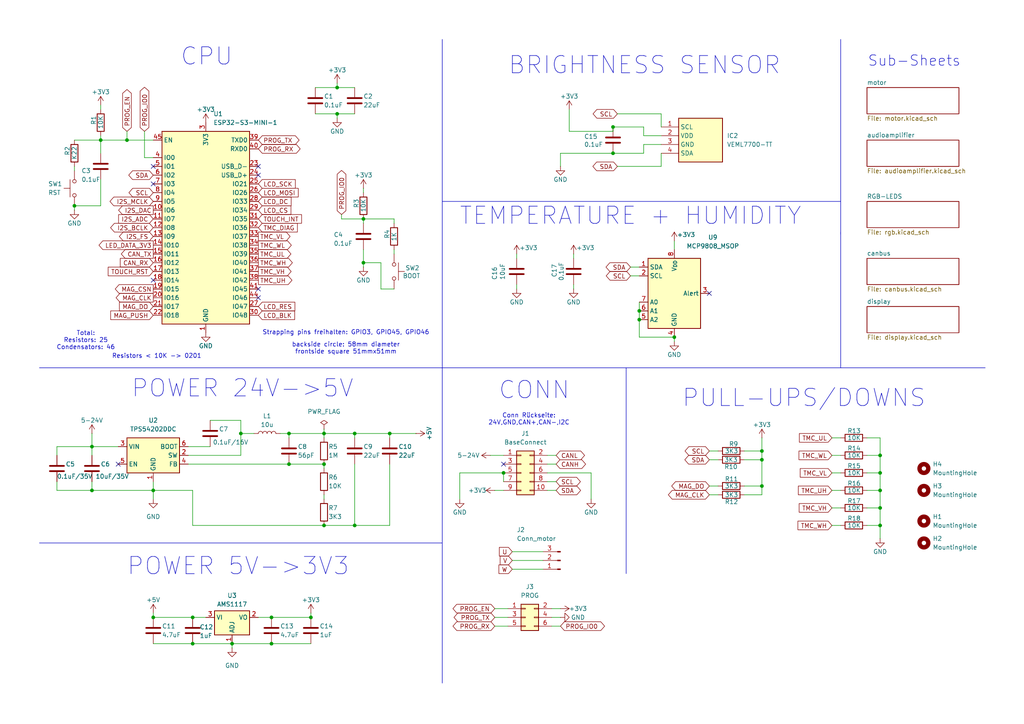
<source format=kicad_sch>
(kicad_sch (version 20250114) (generator "eeschema") (generator_version "9.0")
  (paper "A4")
  (title_block (title "SmartKnob") (date "2025-01-13") (rev "V1") (company "Lucas Canete"))
  (text "Sub-Sheets\n" (at 265.176 17.78 0) (effects (font (size 3 3))))
  (text "TEMPERATURE + HUMIDITY\n" (at 182.88 62.738 0) (effects (font (size 5 5))))
  (text "Total:\nResistors: 25\nCondensators: 46\n\n" (at 24.892 99.822 0) (effects (font (size 1.27 1.27))))
  (text "POWER 5V->3V3\n" (at 69.088 164.338 0) (effects (font (size 5 5))))
  (text "CONN" (at 154.94 113.284 0) (effects (font (size 5 5))))
  (text "CPU" (at 59.944 16.51 0) (effects (font (size 5 5))))
  (text "Conn Rückseite:\n24V,GND,CAN+,CAN-,I2C" (at 153.416 121.666 0) (effects (font (size 1.27 1.27))))
  (text "BRIGHTNESS SENSOR" (at 186.944 19.05 0) (effects (font (size 5 5))))
  (text "Resistors < 10K -> 0201" (at 45.466 103.378 0) (effects (font (size 1.27 1.27))))
  (text "Strapping pins freihalten: GPIO3, GPIO45, GPIO46" (at 100.33 96.52 0) (effects (font (size 1.27 1.27))))
  (text "backside circle: 58mm diameter\nfrontside square 51mmx51mm\n" (at 100.33 101.092 0) (effects (font (size 1.27 1.27))))
  (text "UPDATES\n\n1. Microphone deleted\n2. Brightness sensor connected to GND\n3. Prog Connector size 1.27mm\n4. Cable Hole is now bigger" (at 303.276 61.722 0) (effects (font (size 2.54 2.54) (thickness 0.3175)) (justify left)))
  (text "POWER 24V->5V\n" (at 70.358 112.776 0) (effects (font (size 5 5))))
  (text "PULL-UPS/DOWNS\n" (at 233.172 115.57 0) (effects (font (size 5 5))))
  (junction (at 78.74 186.69))
  (junction (at 102.87 125.73))
  (junction (at 255.27 147.32))
  (junction (at 21.59 59.69))
  (junction (at 255.27 132.08))
  (junction (at 93.98 152.4))
  (junction (at 255.27 142.24))
  (junction (at 36.83 40.64))
  (junction (at 185.42 90.17))
  (junction (at 26.67 129.54))
  (junction (at 69.85 125.73))
  (junction (at 83.82 125.73))
  (junction (at 67.31 186.69))
  (junction (at 195.58 97.79))
  (junction (at 102.87 152.4))
  (junction (at 177.8 36.83))
  (junction (at 93.98 134.62))
  (junction (at 113.03 125.73))
  (junction (at 255.27 137.16))
  (junction (at 78.74 179.07))
  (junction (at 177.8 44.45))
  (junction (at 29.21 40.64))
  (junction (at 220.98 140.97))
  (junction (at 83.82 134.62))
  (junction (at 55.88 179.07))
  (junction (at 44.45 179.07))
  (junction (at 105.41 63.5))
  (junction (at 97.79 25.4))
  (junction (at 105.41 76.2))
  (junction (at 146.05 137.16))
  (junction (at 185.42 92.71))
  (junction (at 93.98 125.73))
  (junction (at 90.17 179.07))
  (junction (at 220.98 133.35))
  (junction (at 255.27 152.4))
  (junction (at 26.67 142.24))
  (junction (at 97.79 33.02))
  (junction (at 44.45 142.24))
  (junction (at 55.88 186.69))
  (junction (at 220.98 130.81))
  (no_connect (at 74.93 50.8))
  (no_connect (at 205.74 85.09))
  (no_connect (at 44.45 81.28))
  (no_connect (at 44.45 48.26))
  (no_connect (at 74.93 83.82))
  (no_connect (at 74.93 48.26))
  (no_connect (at 44.45 53.34))
  (no_connect (at 74.93 86.36))
  (no_connect (at 34.29 134.62))
  (no_connect (at 146.05 134.62))
  (wire (pts (xy 105.41 63.5) (xy 114.3 63.5)))
  (wire (pts (xy 41.91 38.1) (xy 41.91 45.72)))
  (wire (pts (xy 102.87 125.73) (xy 102.87 127)))
  (wire (pts (xy 255.27 137.16) (xy 255.27 142.24)))
  (wire (pts (xy 44.45 186.69) (xy 55.88 186.69)))
  (polyline (pts (xy 243.84 67.31) (xy 243.84 67.945)))
  (wire (pts (xy 83.82 134.62) (xy 93.98 134.62)))
  (polyline (pts (xy 128.27 109.22) (xy 128.27 198.12)))
  (wire (pts (xy 158.75 137.16) (xy 171.45 137.16)))
  (wire (pts (xy 186.69 41.91) (xy 186.69 44.45)))
  (wire (pts (xy 241.3 127) (xy 243.84 127)))
  (wire (pts (xy 205.74 130.81) (xy 208.28 130.81)))
  (wire (pts (xy 185.42 97.79) (xy 195.58 97.79)))
  (wire (pts (xy 205.74 133.35) (xy 208.28 133.35)))
  (wire (pts (xy 97.79 33.02) (xy 97.79 34.29)))
  (wire (pts (xy 165.1 31.75) (xy 165.1 38.1)))
  (wire (pts (xy 69.85 132.08) (xy 54.61 132.08)))
  (wire (pts (xy 148.59 160.02) (xy 157.48 160.02)))
  (wire (pts (xy 26.67 125.73) (xy 26.67 129.54)))
  (wire (pts (xy 97.79 25.4) (xy 102.87 25.4)))
  (wire (pts (xy 78.74 186.69) (xy 90.17 186.69)))
  (wire (pts (xy 191.77 41.91) (xy 186.69 41.91)))
  (wire (pts (xy 93.98 143.51) (xy 93.98 144.78)))
  (wire (pts (xy 177.8 38.1) (xy 177.8 36.83)))
  (wire (pts (xy 182.88 80.01) (xy 185.42 80.01)))
  (wire (pts (xy 158.75 132.08) (xy 161.29 132.08)))
  (wire (pts (xy 83.82 125.73) (xy 83.82 127)))
  (wire (pts (xy 220.98 140.97) (xy 220.98 133.35)))
  (wire (pts (xy 41.91 45.72) (xy 44.45 45.72)))
  (wire (pts (xy 16.51 132.08) (xy 16.51 129.54)))
  (wire (pts (xy 251.46 137.16) (xy 255.27 137.16)))
  (wire (pts (xy 220.98 143.51) (xy 215.9 143.51)))
  (wire (pts (xy 69.85 125.73) (xy 73.66 125.73)))
  (wire (pts (xy 205.74 140.97) (xy 208.28 140.97)))
  (wire (pts (xy 113.03 152.4) (xy 102.87 152.4)))
  (wire (pts (xy 255.27 127) (xy 255.27 132.08)))
  (wire (pts (xy 44.45 179.07) (xy 55.88 179.07)))
  (wire (pts (xy 21.59 48.26) (xy 21.59 49.53)))
  (wire (pts (xy 143.51 142.24) (xy 146.05 142.24)))
  (wire (pts (xy 21.59 40.64) (xy 29.21 40.64)))
  (wire (pts (xy 185.42 90.17) (xy 185.42 92.71)))
  (wire (pts (xy 29.21 30.48) (xy 29.21 31.75)))
  (wire (pts (xy 133.35 144.78) (xy 133.35 137.16)))
  (wire (pts (xy 44.45 139.7) (xy 44.45 142.24)))
  (wire (pts (xy 55.88 152.4) (xy 55.88 142.24)))
  (wire (pts (xy 44.45 142.24) (xy 44.45 144.78)))
  (wire (pts (xy 16.51 139.7) (xy 16.51 142.24)))
  (wire (pts (xy 205.74 143.51) (xy 208.28 143.51)))
  (polyline (pts (xy 128.27 106.68) (xy 243.84 106.68)))
  (wire (pts (xy 29.21 40.64) (xy 29.21 44.45)))
  (wire (pts (xy 158.75 142.24) (xy 161.29 142.24)))
  (wire (pts (xy 60.96 121.92) (xy 69.85 121.92)))
  (wire (pts (xy 143.51 179.07) (xy 147.32 179.07)))
  (polyline (pts (xy 11.43 106.68) (xy 128.27 106.68)))
  (wire (pts (xy 251.46 142.24) (xy 255.27 142.24)))
  (wire (pts (xy 81.28 125.73) (xy 83.82 125.73)))
  (wire (pts (xy 220.98 133.35) (xy 215.9 133.35)))
  (wire (pts (xy 186.69 44.45) (xy 177.8 44.45)))
  (wire (pts (xy 55.88 179.07) (xy 59.69 179.07)))
  (wire (pts (xy 21.59 59.69) (xy 29.21 59.69)))
  (wire (pts (xy 105.41 63.5) (xy 105.41 64.77)))
  (wire (pts (xy 179.07 33.02) (xy 191.77 33.02)))
  (wire (pts (xy 29.21 39.37) (xy 29.21 40.64)))
  (wire (pts (xy 195.58 69.85) (xy 195.58 72.39)))
  (wire (pts (xy 36.83 38.1) (xy 36.83 40.64)))
  (wire (pts (xy 113.03 125.73) (xy 113.03 127)))
  (wire (pts (xy 255.27 132.08) (xy 255.27 137.16)))
  (wire (pts (xy 29.21 59.69) (xy 29.21 52.07)))
  (wire (pts (xy 93.98 125.73) (xy 93.98 127)))
  (wire (pts (xy 182.88 77.47) (xy 185.42 77.47)))
  (wire (pts (xy 114.3 64.77) (xy 114.3 63.5)))
  (wire (pts (xy 99.06 63.5) (xy 105.41 63.5)))
  (wire (pts (xy 148.59 165.1) (xy 157.48 165.1)))
  (wire (pts (xy 142.24 132.08) (xy 146.05 132.08)))
  (wire (pts (xy 54.61 134.62) (xy 83.82 134.62)))
  (wire (pts (xy 29.21 40.64) (xy 36.83 40.64)))
  (wire (pts (xy 99.06 62.23) (xy 99.06 63.5)))
  (wire (pts (xy 26.67 129.54) (xy 34.29 129.54)))
  (wire (pts (xy 91.44 33.02) (xy 97.79 33.02)))
  (wire (pts (xy 54.61 129.54) (xy 60.96 129.54)))
  (wire (pts (xy 113.03 134.62) (xy 113.03 152.4)))
  (wire (pts (xy 105.41 76.2) (xy 110.49 76.2)))
  (wire (pts (xy 241.3 137.16) (xy 243.84 137.16)))
  (wire (pts (xy 93.98 152.4) (xy 55.88 152.4)))
  (wire (pts (xy 241.3 147.32) (xy 243.84 147.32)))
  (wire (pts (xy 191.77 33.02) (xy 191.77 36.83)))
  (wire (pts (xy 97.79 33.02) (xy 102.87 33.02)))
  (wire (pts (xy 67.31 186.69) (xy 67.31 187.96)))
  (wire (pts (xy 158.75 139.7) (xy 161.29 139.7)))
  (wire (pts (xy 162.56 44.45) (xy 177.8 44.45)))
  (polyline (pts (xy 11.43 157.48) (xy 128.27 157.48)))
  (wire (pts (xy 171.45 137.16) (xy 171.45 144.78)))
  (wire (pts (xy 255.27 147.32) (xy 255.27 152.4)))
  (wire (pts (xy 195.58 97.79) (xy 195.58 99.06)))
  (wire (pts (xy 93.98 124.46) (xy 93.98 125.73)))
  (wire (pts (xy 105.41 72.39) (xy 105.41 76.2)))
  (wire (pts (xy 93.98 125.73) (xy 102.87 125.73)))
  (wire (pts (xy 36.83 40.64) (xy 44.45 40.64)))
  (wire (pts (xy 90.17 177.8) (xy 90.17 179.07)))
  (wire (pts (xy 143.51 176.53) (xy 147.32 176.53)))
  (wire (pts (xy 105.41 54.61) (xy 105.41 55.88)))
  (wire (pts (xy 215.9 140.97) (xy 220.98 140.97)))
  (wire (pts (xy 133.35 137.16) (xy 146.05 137.16)))
  (wire (pts (xy 113.03 125.73) (xy 120.65 125.73)))
  (wire (pts (xy 16.51 142.24) (xy 26.67 142.24)))
  (wire (pts (xy 26.67 142.24) (xy 26.67 139.7)))
  (wire (pts (xy 255.27 152.4) (xy 255.27 156.21)))
  (polyline (pts (xy 243.84 106.68) (xy 285.75 106.68)))
  (wire (pts (xy 26.67 142.24) (xy 44.45 142.24)))
  (wire (pts (xy 220.98 140.97) (xy 220.98 143.51)))
  (wire (pts (xy 215.9 130.81) (xy 220.98 130.81)))
  (wire (pts (xy 251.46 132.08) (xy 255.27 132.08)))
  (wire (pts (xy 166.37 73.66) (xy 166.37 74.93)))
  (wire (pts (xy 55.88 186.69) (xy 67.31 186.69)))
  (wire (pts (xy 251.46 147.32) (xy 255.27 147.32)))
  (wire (pts (xy 105.41 76.2) (xy 105.41 77.47)))
  (wire (pts (xy 162.56 48.26) (xy 162.56 44.45)))
  (wire (pts (xy 149.86 73.66) (xy 149.86 74.93)))
  (wire (pts (xy 160.02 179.07) (xy 162.56 179.07)))
  (polyline (pts (xy 128.27 11.43) (xy 128.27 109.22)))
  (wire (pts (xy 251.46 152.4) (xy 255.27 152.4)))
  (wire (pts (xy 102.87 125.73) (xy 113.03 125.73)))
  (polyline (pts (xy 128.27 58.42) (xy 243.84 58.42)))
  (wire (pts (xy 93.98 152.4) (xy 102.87 152.4)))
  (wire (pts (xy 251.46 127) (xy 255.27 127)))
  (wire (pts (xy 149.86 82.55) (xy 149.86 83.82)))
  (wire (pts (xy 69.85 121.92) (xy 69.85 125.73)))
  (wire (pts (xy 55.88 142.24) (xy 44.45 142.24)))
  (wire (pts (xy 83.82 125.73) (xy 93.98 125.73)))
  (wire (pts (xy 185.42 87.63) (xy 185.42 90.17)))
  (wire (pts (xy 220.98 130.81) (xy 220.98 133.35)))
  (wire (pts (xy 67.31 186.69) (xy 78.74 186.69)))
  (wire (pts (xy 191.77 39.37) (xy 186.69 39.37)))
  (wire (pts (xy 241.3 142.24) (xy 243.84 142.24)))
  (wire (pts (xy 97.79 24.13) (xy 97.79 25.4)))
  (wire (pts (xy 26.67 129.54) (xy 26.67 132.08)))
  (wire (pts (xy 91.44 25.4) (xy 97.79 25.4)))
  (polyline (pts (xy 243.84 11.43) (xy 243.84 106.68)))
  (wire (pts (xy 160.02 176.53) (xy 162.56 176.53)))
  (wire (pts (xy 220.98 130.81) (xy 220.98 127)))
  (wire (pts (xy 143.51 181.61) (xy 147.32 181.61)))
  (wire (pts (xy 186.69 36.83) (xy 177.8 36.83)))
  (wire (pts (xy 93.98 134.62) (xy 93.98 135.89)))
  (wire (pts (xy 160.02 181.61) (xy 162.56 181.61)))
  (wire (pts (xy 191.77 48.26) (xy 191.77 44.45)))
  (wire (pts (xy 78.74 179.07) (xy 90.17 179.07)))
  (wire (pts (xy 255.27 142.24) (xy 255.27 147.32)))
  (wire (pts (xy 110.49 83.82) (xy 114.3 83.82)))
  (wire (pts (xy 186.69 39.37) (xy 186.69 36.83)))
  (wire (pts (xy 158.75 134.62) (xy 161.29 134.62)))
  (wire (pts (xy 44.45 177.8) (xy 44.45 179.07)))
  (wire (pts (xy 241.3 132.08) (xy 243.84 132.08)))
  (wire (pts (xy 148.59 162.56) (xy 157.48 162.56)))
  (wire (pts (xy 241.3 152.4) (xy 243.84 152.4)))
  (wire (pts (xy 16.51 129.54) (xy 26.67 129.54)))
  (wire (pts (xy 179.07 48.26) (xy 191.77 48.26)))
  (wire (pts (xy 166.37 82.55) (xy 166.37 83.82)))
  (wire (pts (xy 69.85 125.73) (xy 69.85 132.08)))
  (polyline (pts (xy 181.61 106.68) (xy 181.61 166.37)))
  (wire (pts (xy 110.49 76.2) (xy 110.49 83.82)))
  (wire (pts (xy 114.3 72.39) (xy 114.3 73.66)))
  (wire (pts (xy 146.05 137.16) (xy 146.05 139.7)))
  (wire (pts (xy 165.1 38.1) (xy 177.8 38.1)))
  (wire (pts (xy 102.87 134.62) (xy 102.87 152.4)))
  (wire (pts (xy 21.59 59.69) (xy 21.59 60.96)))
  (wire (pts (xy 185.42 92.71) (xy 185.42 97.79)))
  (wire (pts (xy 74.93 179.07) (xy 78.74 179.07)))
  (global_label "SDA" (shape bidirectional) (at 182.88 77.47 180) (property "Intersheetrefs" "${INTERSHEET_REFS}" (effects (hide yes))))
  (global_label "TMC_WL" (shape input) (at 241.3 132.08 180) (property "Intersheetrefs" "${INTERSHEET_REFS}" (effects (hide yes))))
  (global_label "I2S_BCLK" (shape bidirectional) (at 44.45 66.04 180) (property "Intersheetrefs" "${INTERSHEET_REFS}" (effects (hide yes))))
  (global_label "CANL" (shape bidirectional) (at 161.29 132.08 0) (property "Intersheetrefs" "${INTERSHEET_REFS}" (effects (hide yes))))
  (global_label "W" (shape input) (at 148.59 165.1 180) (property "Intersheetrefs" "${INTERSHEET_REFS}" (effects (hide yes))))
  (global_label "SCL" (shape bidirectional) (at 161.29 139.7 0) (property "Intersheetrefs" "${INTERSHEET_REFS}" (effects (hide yes))))
  (global_label "SDA" (shape bidirectional) (at 179.07 48.26 180) (property "Intersheetrefs" "${INTERSHEET_REFS}" (effects (hide yes))))
  (global_label "PROG_RX" (shape bidirectional) (at 143.51 181.61 180) (property "Intersheetrefs" "${INTERSHEET_REFS}" (effects (hide yes))))
  (global_label "PROG_TX" (shape bidirectional) (at 74.93 40.64 0) (property "Intersheetrefs" "${INTERSHEET_REFS}" (effects (hide yes))))
  (global_label "TMC_UL" (shape output) (at 74.93 73.66 0) (property "Intersheetrefs" "${INTERSHEET_REFS}" (effects (hide yes))))
  (global_label "LCD_CS" (shape input) (at 74.93 60.96 0) (property "Intersheetrefs" "${INTERSHEET_REFS}" (effects (hide yes))))
  (global_label "LED_DATA_3V3" (shape output) (at 44.45 71.12 180) (property "Intersheetrefs" "${INTERSHEET_REFS}" (effects (hide yes))))
  (global_label "CAN_RX" (shape input) (at 44.45 76.2 180) (property "Intersheetrefs" "${INTERSHEET_REFS}" (effects (hide yes))))
  (global_label "TMC_VL" (shape input) (at 241.3 137.16 180) (property "Intersheetrefs" "${INTERSHEET_REFS}" (effects (hide yes))))
  (global_label "PROG_TX" (shape bidirectional) (at 143.51 179.07 180) (property "Intersheetrefs" "${INTERSHEET_REFS}" (effects (hide yes))))
  (global_label "TMC_WL" (shape output) (at 74.93 71.12 0) (property "Intersheetrefs" "${INTERSHEET_REFS}" (effects (hide yes))))
  (global_label "V" (shape input) (at 148.59 162.56 180) (property "Intersheetrefs" "${INTERSHEET_REFS}" (effects (hide yes))))
  (global_label "U" (shape input) (at 148.59 160.02 180) (property "Intersheetrefs" "${INTERSHEET_REFS}" (effects (hide yes))))
  (global_label "SCL" (shape bidirectional) (at 179.07 33.02 180) (property "Intersheetrefs" "${INTERSHEET_REFS}" (effects (hide yes))))
  (global_label "PROG_EN" (shape bidirectional) (at 143.51 176.53 180) (property "Intersheetrefs" "${INTERSHEET_REFS}" (effects (hide yes))))
  (global_label "PROG_IO0" (shape bidirectional) (at 162.56 181.61 0) (property "Intersheetrefs" "${INTERSHEET_REFS}" (effects (hide yes))))
  (global_label "LCD_DC" (shape input) (at 74.93 58.42 0) (property "Intersheetrefs" "${INTERSHEET_REFS}" (effects (hide yes))))
  (global_label "TMC_VH" (shape input) (at 241.3 147.32 180) (property "Intersheetrefs" "${INTERSHEET_REFS}" (effects (hide yes))))
  (global_label "CANH" (shape bidirectional) (at 161.29 134.62 0) (property "Intersheetrefs" "${INTERSHEET_REFS}" (effects (hide yes))))
  (global_label "TOUCH_INT" (shape input) (at 74.93 63.5 0) (property "Intersheetrefs" "${INTERSHEET_REFS}" (effects (hide yes))))
  (global_label "I2S_FS" (shape bidirectional) (at 44.45 68.58 180) (property "Intersheetrefs" "${INTERSHEET_REFS}" (effects (hide yes))))
  (global_label "PROG_IO0" (shape bidirectional) (at 41.91 38.1 90) (property "Intersheetrefs" "${INTERSHEET_REFS}" (effects (hide yes))))
  (global_label "PROG_RX" (shape bidirectional) (at 74.93 43.18 0) (property "Intersheetrefs" "${INTERSHEET_REFS}" (effects (hide yes))))
  (global_label "I2S_ADC" (shape input) (at 44.45 63.5 180) (property "Intersheetrefs" "${INTERSHEET_REFS}" (effects (hide yes))))
  (global_label "MAG_CSN" (shape output) (at 44.45 83.82 180) (property "Intersheetrefs" "${INTERSHEET_REFS}" (effects (hide yes))))
  (global_label "TMC_UH" (shape input) (at 241.3 142.24 180) (property "Intersheetrefs" "${INTERSHEET_REFS}" (effects (hide yes))))
  (global_label "I2S_DAC" (shape output) (at 44.45 60.96 180) (property "Intersheetrefs" "${INTERSHEET_REFS}" (effects (hide yes))))
  (global_label "TMC_WH" (shape input) (at 241.3 152.4 180) (property "Intersheetrefs" "${INTERSHEET_REFS}" (effects (hide yes))))
  (global_label "SDA" (shape bidirectional) (at 161.29 142.24 0) (property "Intersheetrefs" "${INTERSHEET_REFS}" (effects (hide yes))))
  (global_label "SCL" (shape bidirectional) (at 205.74 130.81 180) (property "Intersheetrefs" "${INTERSHEET_REFS}" (effects (hide yes))))
  (global_label "PROG_IO0" (shape bidirectional) (at 99.06 62.23 90) (property "Intersheetrefs" "${INTERSHEET_REFS}" (effects (hide yes))))
  (global_label "TMC_VH" (shape output) (at 74.93 78.74 0) (property "Intersheetrefs" "${INTERSHEET_REFS}" (effects (hide yes))))
  (global_label "TMC_DIAG" (shape input) (at 74.93 66.04 0) (property "Intersheetrefs" "${INTERSHEET_REFS}" (effects (hide yes))))
  (global_label "MAG_PUSH" (shape input) (at 44.45 91.44 180) (property "Intersheetrefs" "${INTERSHEET_REFS}" (effects (hide yes))))
  (global_label "SDA" (shape bidirectional) (at 44.45 50.8 180) (property "Intersheetrefs" "${INTERSHEET_REFS}" (effects (hide yes))))
  (global_label "SDA" (shape bidirectional) (at 205.74 133.35 180) (property "Intersheetrefs" "${INTERSHEET_REFS}" (effects (hide yes))))
  (global_label "MAG_CLK" (shape output) (at 44.45 86.36 180) (property "Intersheetrefs" "${INTERSHEET_REFS}" (effects (hide yes))))
  (global_label "PROG_EN" (shape bidirectional) (at 36.83 38.1 90) (property "Intersheetrefs" "${INTERSHEET_REFS}" (effects (hide yes))))
  (global_label "MAG_CLK" (shape bidirectional) (at 205.74 143.51 180) (property "Intersheetrefs" "${INTERSHEET_REFS}" (effects (hide yes))))
  (global_label "I2S_MCLK" (shape bidirectional) (at 44.45 58.42 180) (property "Intersheetrefs" "${INTERSHEET_REFS}" (effects (hide yes))))
  (global_label "MAG_DO" (shape input) (at 44.45 88.9 180) (property "Intersheetrefs" "${INTERSHEET_REFS}" (effects (hide yes))))
  (global_label "LCD_BLK" (shape input) (at 74.93 91.44 0) (property "Intersheetrefs" "${INTERSHEET_REFS}" (effects (hide yes))))
  (global_label "TMC_VL" (shape output) (at 74.93 68.58 0) (property "Intersheetrefs" "${INTERSHEET_REFS}" (effects (hide yes))))
  (global_label "TMC_UH" (shape output) (at 74.93 81.28 0) (property "Intersheetrefs" "${INTERSHEET_REFS}" (effects (hide yes))))
  (global_label "CAN_TX" (shape output) (at 44.45 73.66 180) (property "Intersheetrefs" "${INTERSHEET_REFS}" (effects (hide yes))))
  (global_label "LCD_RES" (shape input) (at 74.93 88.9 0) (property "Intersheetrefs" "${INTERSHEET_REFS}" (effects (hide yes))))
  (global_label "TMC_UL" (shape input) (at 241.3 127 180) (property "Intersheetrefs" "${INTERSHEET_REFS}" (effects (hide yes))))
  (global_label "SCL" (shape bidirectional) (at 182.88 80.01 180) (property "Intersheetrefs" "${INTERSHEET_REFS}" (effects (hide yes))))
  (global_label "LCD_MOSI" (shape input) (at 74.93 55.88 0) (property "Intersheetrefs" "${INTERSHEET_REFS}" (effects (hide yes))))
  (global_label "MAG_DO" (shape bidirectional) (at 205.74 140.97 180) (property "Intersheetrefs" "${INTERSHEET_REFS}" (effects (hide yes))))
  (global_label "TMC_WH" (shape output) (at 74.93 76.2 0) (property "Intersheetrefs" "${INTERSHEET_REFS}" (effects (hide yes))))
  (global_label "LCD_SCK" (shape input) (at 74.93 53.34 0) (property "Intersheetrefs" "${INTERSHEET_REFS}" (effects (hide yes))))
  (global_label "SCL" (shape bidirectional) (at 44.45 55.88 180) (property "Intersheetrefs" "${INTERSHEET_REFS}" (effects (hide yes))))
  (global_label "TOUCH_RST" (shape input) (at 44.45 78.74 180) (property "Intersheetrefs" "${INTERSHEET_REFS}" (effects (hide yes))))
  (symbol (lib_id "Device:R") (at 212.09 140.97 90) (unit 1)
    (property "Reference" "R11" (at 214.122 138.938 90) (effects (justify left)))
    (property "Value" "3K3" (at 214.122 140.97 90) (effects (justify left)))
    (property "Footprint" "Resistor_SMD:R_0201_0603Metric" (effects (hide yes)))
    (property "Description" "Resistor" (effects (hide yes)))
  )
  (symbol (lib_id "Device:R") (at 212.09 133.35 270) (unit 1)
    (property "Reference" "R10" (at 210.058 135.382 90) (effects (justify left)))
    (property "Value" "3K3" (at 210.058 133.35 90) (effects (justify left)))
    (property "Footprint" "Resistor_SMD:R_0201_0603Metric" (effects (hide yes)))
    (property "Description" "Resistor" (effects (hide yes)))
  )
  (symbol (lib_id "Device:C") (at 26.67 135.89 0) (unit 1)
    (property "Reference" "C6" (at 29.21 134.62 0) (effects (justify left)))
    (property "Value" "10uF/35V" (at 27.686 138.176 0) (effects (justify left)))
    (property "Footprint" "Capacitor_SMD:C_0805_2012Metric" (effects (hide yes)))
    (property "Description" "Unpolarized capacitor" (effects (hide yes)))
  )
  (symbol (lib_id "Switch:SW_Push") (at 21.59 54.61 90) (unit 1)
    (property "Reference" "SW1" (at 13.97 53.34 90) (effects (justify right)))
    (property "Value" "RST" (at 13.97 55.88 90) (effects (justify right)))
    (property "Footprint" "Button_Switch_SMD:SW_SPST_B3U-1000P" (effects (hide yes)))
    (property "Description" "Push button switch, generic, two pins" (effects (hide yes)))
  )
  (symbol (lib_id "power:GND") (at 133.35 144.78 0) (unit 1)
    (property "Reference" "#PWR053" (effects (hide yes)))
    (property "Value" "GND" (at 133.35 148.59 0))
    (property "Description" "Power symbol creates a global label with name \"GND\" , ground" (effects (hide yes)))
  )
  (symbol (lib_id "power:GND") (at 59.69 96.52 0) (unit 1)
    (property "Reference" "#PWR072" (effects (hide yes)))
    (property "Value" "GND" (at 59.69 100.33 0))
    (property "Description" "Power symbol creates a global label with name \"GND\" , ground" (effects (hide yes)))
  )
  (symbol (lib_id "Mechanical:MountingHole") (at 267.97 157.48 0) (unit 1) (exclude_from_sim yes) (in_bom no)
    (property "Reference" "H2" (at 270.51 156.2099 0) (effects (justify left)))
    (property "Value" "MountingHole" (at 270.51 158.7499 0) (effects (justify left)))
    (property "Footprint" "MountingHole:MountingHole_2.2mm_M2" (effects (hide yes)))
    (property "Description" "Mounting Hole without connection" (effects (hide yes)))
  )
  (symbol (lib_id "power:+5V") (at 142.24 132.08 90) (unit 1)
    (property "Reference" "#PWR027" (effects (hide yes)))
    (property "Value" "5-24V" (at 135.89 132.08 90))
    (property "Description" "Power symbol creates a global label with name \"+5V\"" (effects (hide yes)))
  )
  (symbol (lib_id "power:GND") (at 21.59 60.96 0) (unit 1)
    (property "Reference" "#PWR033" (effects (hide yes)))
    (property "Value" "GND" (at 21.59 64.77 0))
    (property "Description" "Power symbol creates a global label with name \"GND\" , ground" (effects (hide yes)))
  )
  (symbol (lib_id "Device:R") (at 247.65 132.08 90) (unit 1)
    (property "Reference" "R14" (at 249.682 130.048 90) (effects (justify left)))
    (property "Value" "10K" (at 249.682 132.08 90) (effects (justify left)))
    (property "Footprint" "Resistor_SMD:R_0201_0603Metric" (effects (hide yes)))
    (property "Description" "Resistor" (effects (hide yes)))
  )
  (symbol (lib_id "Device:C") (at 83.82 130.81 0) (unit 1)
    (property "Reference" "C8" (at 86.36 129.54 0) (effects (justify left)))
    (property "Value" "56pF" (at 86.36 132.08 0) (effects (justify left)))
    (property "Footprint" "Capacitor_SMD:C_0402_1005Metric" (effects (hide yes)))
    (property "Description" "Unpolarized capacitor" (effects (hide yes)))
  )
  (symbol (lib_id "Device:R") (at 93.98 130.81 0) (unit 1)
    (property "Reference" "R5" (at 95.25 129.54 0) (effects (justify left)))
    (property "Value" "1M" (at 95.25 132.08 0) (effects (justify left)))
    (property "Footprint" "Resistor_SMD:R_0402_1005Metric" (effects (hide yes)))
    (property "Description" "Resistor" (effects (hide yes)))
  )
  (symbol (lib_id "Device:C") (at 102.87 130.81 0) (unit 1)
    (property "Reference" "C9" (at 105.41 129.54 0) (effects (justify left)))
    (property "Value" "22uF" (at 105.41 132.08 0) (effects (justify left)))
    (property "Footprint" "Capacitor_SMD:C_0603_1608Metric" (effects (hide yes)))
    (property "Description" "Unpolarized capacitor" (effects (hide yes)))
  )
  (symbol (lib_id "Device:C") (at 78.74 182.88 0) (unit 1)
    (property "Reference" "C13" (at 81.28 181.61 0) (effects (justify left)))
    (property "Value" "4.7uF" (at 81.28 184.15 0) (effects (justify left)))
    (property "Footprint" "Capacitor_SMD:C_0805_2012Metric_Pad1.18x1.45mm_HandSolder" (effects (hide yes)))
    (property "Description" "Unpolarized capacitor" (effects (hide yes)))
  )
  (symbol (lib_id "power:GND") (at 162.56 179.07 90) (unit 1)
    (property "Reference" "#PWR052" (effects (hide yes)))
    (property "Value" "GND" (at 167.64 179.07 90))
    (property "Description" "Power symbol creates a global label with name \"GND\" , ground" (effects (hide yes)))
  )
  (symbol (lib_id "power:GND") (at 195.58 99.06 0) (unit 1)
    (property "Reference" "#PWR065" (effects (hide yes)))
    (property "Value" "GND" (at 195.58 102.87 0))
    (property "Description" "Power symbol creates a global label with name \"GND\" , ground" (effects (hide yes)))
  )
  (symbol (lib_id "Device:R") (at 21.59 44.45 180) (unit 1)
    (property "Reference" "R2" (at 19.558 42.418 90) (effects (justify left)))
    (property "Value" "K22" (at 21.59 42.418 90) (effects (justify left)))
    (property "Footprint" "Resistor_SMD:R_0805_2012Metric_Pad1.20x1.40mm_HandSolder" (effects (hide yes)))
    (property "Description" "Resistor" (effects (hide yes)))
  )
  (symbol (lib_id "power:+5V") (at 143.51 142.24 90) (unit 1)
    (property "Reference" "#PWR026" (effects (hide yes)))
    (property "Value" "+3V3" (at 138.43 142.24 90))
    (property "Description" "Power symbol creates a global label with name \"+5V\"" (effects (hide yes)))
  )
  (symbol (lib_id "power:+5V") (at 26.67 125.73 0) (unit 1)
    (property "Reference" "#PWR02" (effects (hide yes)))
    (property "Value" "5-24V" (at 26.67 121.92 0))
    (property "Description" "Power symbol creates a global label with name \"+5V\"" (effects (hide yes)))
  )
  (symbol (lib_id "Device:R") (at 93.98 148.59 0) (unit 1)
    (property "Reference" "R7" (at 95.25 147.32 0) (effects (justify left)))
    (property "Value" "3K3" (at 95.25 149.86 0) (effects (justify left)))
    (property "Footprint" "Resistor_SMD:R_0201_0603Metric" (effects (hide yes)))
    (property "Description" "Resistor" (effects (hide yes)))
  )
  (symbol (lib_id "power:+3V3") (at 166.37 73.66 0) (unit 1)
    (property "Reference" "#PWR069" (effects (hide yes)))
    (property "Value" "+3V3" (at 167.132 71.882 0) (effects (justify left)))
    (property "Description" "Power symbol creates a global label with name \"+3V3\"" (effects (hide yes)))
  )
  (symbol (lib_id "Device:C") (at 166.37 78.74 180) (unit 1)
    (property "Reference" "C17" (at 160.782 78.486 90))
    (property "Value" "0.1uF" (at 162.814 78.74 90))
    (property "Footprint" "Capacitor_SMD:C_0805_2012Metric_Pad1.18x1.45mm_HandSolder" (effects (hide yes)))
  )
  (symbol (lib_id "Device:R") (at 29.21 35.56 180) (unit 1)
    (property "Reference" "R1" (at 27.178 33.528 90) (effects (justify left)))
    (property "Value" "10K" (at 29.21 33.528 90) (effects (justify left)))
    (property "Footprint" "Resistor_SMD:R_0201_0603Metric" (effects (hide yes)))
    (property "Description" "Resistor" (effects (hide yes)))
  )
  (symbol (lib_id "power:+5V") (at 165.1 31.75 0) (unit 1)
    (property "Reference" "#PWR064" (effects (hide yes)))
    (property "Value" "+3V3" (at 165.1 27.94 0))
    (property "Description" "Power symbol creates a global label with name \"+5V\"" (effects (hide yes)))
  )
  (symbol (lib_id "power:PWR_FLAG") (at 93.98 124.46 0) (unit 1)
    (property "Reference" "#FLG04" (effects (hide yes)))
    (property "Value" "PWR_FLAG" (at 93.98 119.38 0))
    (property "Description" "Special symbol for telling ERC where power comes from" (effects (hide yes)))
  )
  (symbol (lib_id "Device:R") (at 247.65 147.32 90) (unit 1)
    (property "Reference" "R17" (at 249.682 145.288 90) (effects (justify left)))
    (property "Value" "10K" (at 249.682 147.32 90) (effects (justify left)))
    (property "Footprint" "Resistor_SMD:R_0201_0603Metric" (effects (hide yes)))
    (property "Description" "Resistor" (effects (hide yes)))
  )
  (symbol (lib_id "power:+5V") (at 44.45 177.8 0) (unit 1)
    (property "Reference" "#PWR049" (effects (hide yes)))
    (property "Value" "+5V" (at 44.45 173.99 0))
    (property "Description" "Power symbol creates a global label with name \"+5V\"" (effects (hide yes)))
  )
  (symbol (lib_id "power:GND") (at 44.45 144.78 0) (unit 1)
    (property "Reference" "#PWR01" (effects (hide yes)))
    (property "Value" "GND" (at 44.45 149.86 0))
    (property "Description" "Power symbol creates a global label with name \"GND\" , ground" (effects (hide yes)))
  )
  (symbol (lib_id "power:+5V") (at 29.21 30.48 0) (unit 1)
    (property "Reference" "#PWR034" (effects (hide yes)))
    (property "Value" "+3V3" (at 29.21 26.67 0))
    (property "Description" "Power symbol creates a global label with name \"+5V\"" (effects (hide yes)))
  )
  (symbol (lib_id "Mechanical:MountingHole") (at 267.97 135.89 0) (unit 1) (exclude_from_sim yes) (in_bom no)
    (property "Reference" "H4" (at 270.51 134.6199 0) (effects (justify left)))
    (property "Value" "MountingHole" (at 270.51 137.1599 0) (effects (justify left)))
    (property "Footprint" "MountingHole:MountingHole_2.1mm" (effects (hide yes)))
    (property "Description" "Mounting Hole without connection" (effects (hide yes)))
  )
  (symbol (lib_id "Device:R") (at 247.65 137.16 90) (unit 1)
    (property "Reference" "R15" (at 249.682 135.128 90) (effects (justify left)))
    (property "Value" "10K" (at 249.682 137.16 90) (effects (justify left)))
    (property "Footprint" "Resistor_SMD:R_0201_0603Metric" (effects (hide yes)))
    (property "Description" "Resistor" (effects (hide yes)))
  )
  (symbol (lib_id "power:+5V") (at 105.41 54.61 0) (unit 1)
    (property "Reference" "#PWR046" (effects (hide yes)))
    (property "Value" "+3V3" (at 105.41 50.8 0))
    (property "Description" "Power symbol creates a global label with name \"+5V\"" (effects (hide yes)))
  )
  (symbol (lib_id "Device:C") (at 177.8 40.64 180) (unit 1)
    (property "Reference" "C15" (at 169.418 39.5986 0) (effects (justify right)))
    (property "Value" "0.1uF" (at 169.418 41.91 0) (effects (justify right)))
    (property "Footprint" "Capacitor_SMD:C_0805_2012Metric_Pad1.18x1.45mm_HandSolder" (effects (hide yes)))
    (property "Option" "MS4525DO" (effects (hide yes)))
  )
  (symbol (lib_id "Device:C") (at 55.88 182.88 0) (unit 1)
    (property "Reference" "C12" (at 57.912 181.864 0) (effects (justify left)))
    (property "Value" "1uF" (at 57.912 184.404 0) (effects (justify left)))
    (property "Footprint" "Capacitor_SMD:C_0805_2012Metric_Pad1.18x1.45mm_HandSolder" (effects (hide yes)))
    (property "Description" "Unpolarized capacitor" (effects (hide yes)))
  )
  (symbol (lib_id "Device:L") (at 77.47 125.73 90) (unit 1)
    (property "Reference" "L1" (at 77.47 120.65 90))
    (property "Value" "10u" (at 77.47 123.19 90))
    (property "Footprint" "Inductor_SMD:L_APV_APH0630" (effects (hide yes)))
    (property "Description" "Inductor" (effects (hide yes)))
  )
  (symbol (lib_id "power:GND") (at 67.31 187.96 0) (unit 1)
    (property "Reference" "#PWR048" (effects (hide yes)))
    (property "Value" "GND" (at 67.31 193.04 0))
    (property "Description" "Power symbol creates a global label with name \"GND\" , ground" (effects (hide yes)))
  )
  (symbol (lib_id "Sensor_Temperature:MCP9808_MSOP") (at 195.58 85.09 0) (unit 1)
    (property "Reference" "U9" (at 206.756 68.834 0))
    (property "Value" "MCP9808_MSOP" (at 206.756 71.374 0))
    (property "Footprint" "Package_SO:MSOP-8_3x3mm_P0.65mm" (effects (hide yes)))
    (property "Datasheet" "http://ww1.microchip.com/downloads/en/DeviceDoc/22203b.pdf" (effects (hide yes)))
    (property "Description" "±0.25°C (±0.5°C) Typical (Maximum), Digital Temperature Sensor, MSOP-8" (effects (hide yes)))
  )
  (symbol (lib_id "Device:C") (at 60.96 125.73 0) (unit 1)
    (property "Reference" "C7" (at 63.5 124.46 0) (effects (justify left)))
    (property "Value" "0.1uF/16V" (at 61.722 128.27 0) (effects (justify left)))
    (property "Footprint" "Capacitor_SMD:C_0603_1608Metric" (effects (hide yes)))
    (property "Description" "Unpolarized capacitor" (effects (hide yes)))
  )
  (symbol (lib_id "Device:R") (at 247.65 127 90) (unit 1)
    (property "Reference" "R13" (at 249.682 124.968 90) (effects (justify left)))
    (property "Value" "10K" (at 249.682 127 90) (effects (justify left)))
    (property "Footprint" "Resistor_SMD:R_0201_0603Metric" (effects (hide yes)))
    (property "Description" "Resistor" (effects (hide yes)))
  )
  (symbol (lib_id "Mechanical:MountingHole") (at 267.97 142.24 0) (unit 1) (exclude_from_sim yes) (in_bom no)
    (property "Reference" "H3" (at 270.51 140.9699 0) (effects (justify left)))
    (property "Value" "MountingHole" (at 270.51 143.5099 0) (effects (justify left)))
    (property "Footprint" "MountingHole:MountingHole_2.2mm_M2" (effects (hide yes)))
    (property "Description" "Mounting Hole without connection" (effects (hide yes)))
  )
  (symbol (lib_id "power:+5V") (at 59.69 35.56 0) (unit 1)
    (property "Reference" "#PWR073" (effects (hide yes)))
    (property "Value" "+3V3" (at 59.69 31.75 0))
    (property "Description" "Power symbol creates a global label with name \"+5V\"" (effects (hide yes)))
  )
  (symbol (lib_id "Regulator_Switching:TPS54202DDC") (at 44.45 132.08 0) (unit 1)
    (property "Reference" "U2" (at 44.45 121.92 0))
    (property "Value" "TPS54202DDC" (at 44.45 124.46 0))
    (property "Footprint" "Package_TO_SOT_SMD:SOT-23-6" (effects (hide yes)))
    (property "Datasheet" "http://www.ti.com/lit/ds/symlink/tps54202.pdf" (effects (hide yes)))
    (property "Description" "2A, 4.5 to 28V Input, EMI Friendly integrated switch synchronous step-down regulator, pulse-skipping, SOT-23-6" (effects (hide yes)))
  )
  (symbol (lib_id "power:+5V") (at 162.56 176.53 270) (unit 1)
    (property "Reference" "#PWR051" (effects (hide yes)))
    (property "Value" "+3V3" (at 167.64 176.53 90))
    (property "Description" "Power symbol creates a global label with name \"+5V\"" (effects (hide yes)))
  )
  (symbol (lib_id "Device:C") (at 44.45 182.88 0) (unit 1)
    (property "Reference" "C11" (at 46.99 181.61 0) (effects (justify left)))
    (property "Value" "4.7uF" (at 46.99 184.15 0) (effects (justify left)))
    (property "Footprint" "Capacitor_SMD:C_0805_2012Metric_Pad1.18x1.45mm_HandSolder" (effects (hide yes)))
    (property "Description" "Unpolarized capacitor" (effects (hide yes)))
  )
  (symbol (lib_id "power:+3V3") (at 195.58 69.85 0) (unit 1)
    (property "Reference" "#PWR067" (effects (hide yes)))
    (property "Value" "+3V3" (at 196.342 68.072 0) (effects (justify left)))
    (property "Description" "Power symbol creates a global label with name \"+3V3\"" (effects (hide yes)))
  )
  (symbol (lib_id "Device:C") (at 113.03 130.81 0) (unit 1)
    (property "Reference" "C10" (at 115.57 129.54 0) (effects (justify left)))
    (property "Value" "22uF" (at 115.57 132.08 0) (effects (justify left)))
    (property "Footprint" "Capacitor_SMD:C_0603_1608Metric" (effects (hide yes)))
    (property "Description" "Unpolarized capacitor" (effects (hide yes)))
  )
  (symbol (lib_id "Device:R") (at 247.65 142.24 90) (unit 1)
    (property "Reference" "R16" (at 249.682 140.208 90) (effects (justify left)))
    (property "Value" "10K" (at 249.682 142.24 90) (effects (justify left)))
    (property "Footprint" "Resistor_SMD:R_0201_0603Metric" (effects (hide yes)))
    (property "Description" "Resistor" (effects (hide yes)))
  )
  (symbol (lib_id "Device:C") (at 91.44 29.21 0) (unit 1)
    (property "Reference" "C1" (at 93.98 27.94 0) (effects (justify left)))
    (property "Value" "0.1uF" (at 93.98 30.48 0) (effects (justify left)))
    (property "Footprint" "Capacitor_SMD:C_0402_1005Metric" (effects (hide yes)))
    (property "Description" "Unpolarized capacitor" (effects (hide yes)))
  )
  (symbol (lib_id "Device:C") (at 149.86 78.74 180) (unit 1)
    (property "Reference" "C16" (at 143.4465 81.2165 90) (effects (justify right)))
    (property "Value" "10uF" (at 145.7579 81.2165 90) (effects (justify right)))
    (property "Footprint" "Capacitor_SMD:C_0805_2012Metric_Pad1.18x1.45mm_HandSolder" (effects (hide yes)))
    (property "Option" "MS4525DO" (effects (hide yes)))
  )
  (symbol (lib_id "power:GND") (at 105.41 77.47 0) (unit 1)
    (property "Reference" "#PWR066" (effects (hide yes)))
    (property "Value" "GND" (at 105.41 81.28 0))
    (property "Description" "Power symbol creates a global label with name \"GND\" , ground" (effects (hide yes)))
  )
  (symbol (lib_id "Connector_Generic:Conn_02x03_Odd_Even") (at 152.4 179.07 0) (unit 1)
    (property "Reference" "J3" (at 153.67 170.18 0))
    (property "Value" "PROG" (at 153.67 172.72 0))
    (property "Footprint" "Connector_PinHeader_1.27mm:PinHeader_2x03_P1.27mm_Vertical_SMD" (effects (hide yes)))
    (property "Description" "Generic connector, double row, 02x03, odd/even pin numbering scheme (row 1 odd numbers, row 2 even numbers), script generated (kicad-library-utils/schlib/autogen/connector/)" (effects (hide yes)))
  )
  (symbol (lib_id "power:GND") (at 149.86 83.82 0) (unit 1)
    (property "Reference" "#PWR074" (effects (hide yes)))
    (property "Value" "GND" (at 149.86 87.63 0))
    (property "Description" "Power symbol creates a global label with name \"GND\" , ground" (effects (hide yes)))
  )
  (symbol (lib_id "power:GND") (at 166.37 83.82 0) (unit 1)
    (property "Reference" "#PWR070" (effects (hide yes)))
    (property "Value" "GND" (at 166.37 87.63 0))
    (property "Description" "Power symbol creates a global label with name \"GND\" , ground" (effects (hide yes)))
  )
  (symbol (lib_id "power:GND") (at 97.79 34.29 0) (unit 1)
    (property "Reference" "#PWR023" (effects (hide yes)))
    (property "Value" "GND" (at 97.79 38.1 0))
    (property "Description" "Power symbol creates a global label with name \"GND\" , ground" (effects (hide yes)))
  )
  (symbol (lib_id "Device:C") (at 90.17 182.88 0) (unit 1)
    (property "Reference" "C14" (at 92.71 181.61 0) (effects (justify left)))
    (property "Value" "1uF" (at 92.71 184.15 0) (effects (justify left)))
    (property "Footprint" "Capacitor_SMD:C_0805_2012Metric_Pad1.18x1.45mm_HandSolder" (effects (hide yes)))
    (property "Description" "Unpolarized capacitor" (effects (hide yes)))
  )
  (symbol (lib_id "Mechanical:MountingHole") (at 267.97 151.13 0) (unit 1) (exclude_from_sim yes) (in_bom no)
    (property "Reference" "H1" (at 270.51 149.8599 0) (effects (justify left)))
    (property "Value" "MountingHole" (at 270.51 152.3999 0) (effects (justify left)))
    (property "Footprint" "MountingHole:MountingHole_2.2mm_M2" (effects (hide yes)))
    (property "Description" "Mounting Hole without connection" (effects (hide yes)))
  )
  (symbol (lib_id "Device:C") (at 102.87 29.21 0) (unit 1)
    (property "Reference" "C2" (at 105.41 27.94 0) (effects (justify left)))
    (property "Value" "22uF" (at 105.41 30.48 0) (effects (justify left)))
    (property "Footprint" "Capacitor_SMD:C_0402_1005Metric" (effects (hide yes)))
    (property "Description" "Unpolarized capacitor" (effects (hide yes)))
  )
  (symbol (lib_id "Device:R") (at 212.09 130.81 90) (unit 1)
    (property "Reference" "R9" (at 214.122 128.778 90) (effects (justify left)))
    (property "Value" "3K3" (at 214.122 130.81 90) (effects (justify left)))
    (property "Footprint" "Resistor_SMD:R_0201_0603Metric" (effects (hide yes)))
    (property "Description" "Resistor" (effects (hide yes)))
  )
  (symbol (lib_id "Device:R") (at 114.3 68.58 180) (unit 1)
    (property "Reference" "R4" (at 112.268 66.548 90) (effects (justify left)))
    (property "Value" "1K" (at 114.3 67.31 90) (effects (justify left)))
    (property "Footprint" "Resistor_SMD:R_0805_2012Metric_Pad1.20x1.40mm_HandSolder" (effects (hide yes)))
    (property "Description" "Resistor" (effects (hide yes)))
  )
  (symbol (lib_id "power:GND") (at 255.27 156.21 0) (unit 1)
    (property "Reference" "#PWR068" (effects (hide yes)))
    (property "Value" "GND" (at 255.27 160.02 0))
    (property "Description" "Power symbol creates a global label with name \"GND\" , ground" (effects (hide yes)))
  )
  (symbol (lib_id "Switch:SW_Push") (at 114.3 78.74 270) (unit 1)
    (property "Reference" "SW2" (at 121.666 77.724 90) (effects (justify right)))
    (property "Value" "BOOT" (at 121.92 80.01 90) (effects (justify right)))
    (property "Footprint" "Button_Switch_SMD:SW_SPST_B3U-1000P" (effects (hide yes)))
    (property "Description" "Push button switch, generic, two pins" (effects (hide yes)))
  )
  (symbol (lib_id "power:GND") (at 162.56 48.26 0) (unit 1)
    (property "Reference" "#PWR076" (effects (hide yes)))
    (property "Value" "GND" (at 162.56 52.07 0))
    (property "Description" "Power symbol creates a global label with name \"GND\" , ground" (effects (hide yes)))
  )
  (symbol (lib_id "Device:R") (at 93.98 139.7 0) (unit 1)
    (property "Reference" "R6" (at 95.25 138.43 0) (effects (justify left)))
    (property "Value" "10K" (at 95.25 140.97 0) (effects (justify left)))
    (property "Footprint" "Resistor_SMD:R_0201_0603Metric" (effects (hide yes)))
    (property "Description" "Resistor" (effects (hide yes)))
  )
  (symbol (lib_id "Connector:Conn_01x03_Pin") (at 162.56 162.56 180) (unit 1)
    (property "Reference" "J2" (at 149.86 153.67 0) (effects (justify right)))
    (property "Value" "Conn_motor" (at 149.86 156.21 0) (effects (justify right)))
    (property "Footprint" "Connector_Molex:Molex_PicoBlade_53261-0371_1x03-1MP_P1.25mm_Horizontal" (effects (hide yes)))
    (property "Description" "Generic connector, single row, 01x03, script generated" (effects (hide yes)))
  )
  (symbol (lib_id "Device:C") (at 105.41 68.58 0) (unit 1)
    (property "Reference" "C4" (at 96.774 68.072 0) (effects (justify left)))
    (property "Value" "0.1uF" (at 96.774 70.612 0) (effects (justify left)))
    (property "Footprint" "Capacitor_SMD:C_0805_2012Metric_Pad1.18x1.45mm_HandSolder" (effects (hide yes)))
    (property "Description" "Unpolarized capacitor" (effects (hide yes)))
  )
  (symbol (lib_id "power:+3V3") (at 149.86 73.66 0) (unit 1)
    (property "Reference" "#PWR071" (effects (hide yes)))
    (property "Value" "+3V3" (at 150.622 71.882 0) (effects (justify left)))
    (property "Description" "Power symbol creates a global label with name \"+3V3\"" (effects (hide yes)))
  )
  (symbol (lib_id "VEML7700-TT:VEML7700-TT") (at 191.77 36.83 0) (unit 1)
    (property "Reference" "IC2" (at 210.82 39.3699 0) (effects (justify left)))
    (property "Value" "VEML7700-TT" (at 210.82 41.9099 0) (effects (justify left)))
    (property "Footprint" "VEML7700" (effects (hide yes)))
    (property "Datasheet" "https://www.arrow.com/en/products/veml7700-tt/vishay" (effects (hide yes)))
    (property "Description" "16Bit Ambient Light Sensor I2C 6.8x2.3mm" (effects (hide yes)))
    (property "Mouser Part Number" "78-VEML7700-TT" (effects (hide yes)))
    (property "Mouser Price/Stock" "https://www.mouser.co.uk/ProductDetail/Vishay-Semiconductors/VEML7700-TT?qs=BcfjnG7NVaXdL6DJFdWbdw%3D%3D" (effects (hide yes)))
    (property "Manufacturer_Name" "Vishay" (effects (hide yes)))
    (property "Manufacturer_Part_Number" "VEML7700-TT" (effects (hide yes)))
  )
  (symbol (lib_id "Device:R") (at 247.65 152.4 90) (unit 1)
    (property "Reference" "R18" (at 249.682 150.368 90) (effects (justify left)))
    (property "Value" "10K" (at 249.682 152.4 90) (effects (justify left)))
    (property "Footprint" "Resistor_SMD:R_0201_0603Metric" (effects (hide yes)))
    (property "Description" "Resistor" (effects (hide yes)))
  )
  (symbol (lib_id "power:+5V") (at 120.65 125.73 270) (unit 1)
    (property "Reference" "#PWR04" (effects (hide yes)))
    (property "Value" "+5V" (at 124.46 125.73 0))
    (property "Description" "Power symbol creates a global label with name \"+5V\"" (effects (hide yes)))
  )
  (symbol (lib_id "power:+5V") (at 220.98 127 0) (unit 1)
    (property "Reference" "#PWR037" (effects (hide yes)))
    (property "Value" "+3V3" (at 220.98 123.19 0))
    (property "Description" "Power symbol creates a global label with name \"+5V\"" (effects (hide yes)))
  )
  (symbol (lib_id "Device:R") (at 212.09 143.51 90) (unit 1)
    (property "Reference" "R12" (at 214.122 145.542 90) (effects (justify left)))
    (property "Value" "3K3" (at 214.122 143.51 90) (effects (justify left)))
    (property "Footprint" "Resistor_SMD:R_0201_0603Metric" (effects (hide yes)))
    (property "Description" "Resistor" (effects (hide yes)))
  )
  (symbol (lib_id "power:GND") (at 171.45 144.78 0) (unit 1)
    (property "Reference" "#PWR038" (effects (hide yes)))
    (property "Value" "GND" (at 171.45 148.59 0))
    (property "Description" "Power symbol creates a global label with name \"GND\" , ground" (effects (hide yes)))
  )
  (symbol (lib_id "Regulator_Linear:AMS1117") (at 67.31 179.07 0) (unit 1)
    (property "Reference" "U3" (at 67.31 172.72 0))
    (property "Value" "AMS1117" (at 67.31 175.26 0))
    (property "Footprint" "liebler_SEMICONDUCTORS:SOT-223-3_TabPin2_HANDSOLDER" (effects (hide yes)))
    (property "Datasheet" "http://www.advanced-monolithic.com/pdf/ds1117.pdf" (effects (hide yes)))
    (property "Description" "1A Low Dropout regulator, positive, adjustable output, SOT-223" (effects (hide yes)))
  )
  (symbol (lib_id "RF_Module:ESP32-S3-MINI-1") (at 59.69 66.04 0) (unit 1)
    (property "Reference" "U1" (at 61.8841 33.02 0) (effects (justify left)))
    (property "Value" "ESP32-S3-MINI-1" (at 61.8841 35.56 0) (effects (justify left)))
    (property "Footprint" "RF_Module:ESP32-S2-MINI-1" (effects (hide yes)))
    (property "Datasheet" "https://www.espressif.com/sites/default/files/documentation/esp32-s3-mini-1_mini-1u_datasheet_en.pdf" (effects (hide yes)))
    (property "Description" "RF Module, ESP32-S3 SoC, Wi-Fi 802.11b/g/n, Bluetooth, BLE, 32-bit, 3.3V, SMD, onboard antenna" (effects (hide yes)))
  )
  (symbol (lib_id "Device:C") (at 29.21 48.26 0) (unit 1)
    (property "Reference" "C3" (at 23.622 49.53 0) (effects (justify left)))
    (property "Value" "0.1uF" (at 23.622 52.07 0) (effects (justify left)))
    (property "Footprint" "Capacitor_SMD:C_0402_1005Metric_Pad0.74x0.62mm_HandSolder" (effects (hide yes)))
    (property "Description" "Unpolarized capacitor" (effects (hide yes)))
  )
  (symbol (lib_id "power:+5V") (at 90.17 177.8 0) (unit 1)
    (property "Reference" "#PWR050" (effects (hide yes)))
    (property "Value" "+3V3" (at 90.17 173.99 0))
    (property "Description" "Power symbol creates a global label with name \"+5V\"" (effects (hide yes)))
  )
  (symbol (lib_id "Device:C") (at 16.51 135.89 0) (unit 1)
    (property "Reference" "C5" (at 19.05 134.62 0) (effects (justify left)))
    (property "Value" "0.1uF/35V" (at 16.51 138.176 0) (effects (justify left)))
    (property "Footprint" "Capacitor_SMD:C_0603_1608Metric" (effects (hide yes)))
    (property "Description" "Unpolarized capacitor" (effects (hide yes)))
  )
  (symbol (lib_id "Connector_Generic:Conn_02x05_Odd_Even") (at 151.13 137.16 0) (unit 1)
    (property "Reference" "J1" (at 152.4 125.73 0))
    (property "Value" "BaseConnect" (at 152.4 128.27 0))
    (property "Footprint" "Connector_IDC:IDC-Header_2x05_P2.54mm_Vertical_SMD" (effects (hide yes)))
    (property "Description" "Generic connector, double row, 02x05, odd/even pin numbering scheme (row 1 odd numbers, row 2 even numbers), script generated (kicad-library-utils/schlib/autogen/connector/)" (effects (hide yes)))
  )
  (symbol (lib_id "Device:R") (at 105.41 59.69 180) (unit 1)
    (property "Reference" "R3" (at 103.378 57.658 90) (effects (justify left)))
    (property "Value" "10K" (at 105.41 57.658 90) (effects (justify left)))
    (property "Footprint" "Resistor_SMD:R_0805_2012Metric_Pad1.20x1.40mm_HandSolder" (effects (hide yes)))
    (property "Description" "Resistor" (effects (hide yes)))
  )
  (symbol (lib_id "power:+5V") (at 97.79 24.13 0) (unit 1)
    (property "Reference" "#PWR036" (effects (hide yes)))
    (property "Value" "+3V3" (at 97.79 20.32 0))
    (property "Description" "Power symbol creates a global label with name \"+5V\"" (effects (hide yes)))
  )
  (sheet (at 251.46 25.4) (size 26.67 7.62) (stroke (width 0.1524))
    (property "Sheetname" "motor" (at 251.46 24.6884 0) (effects (justify left bottom)))
    (property "Sheetfile" "motor.kicad_sch" (at 251.46 33.6046 0) (effects (justify left top)))
  )
  (sheet (at 251.46 58.42) (size 26.67 7.62) (stroke (width 0.1524))
    (property "Sheetname" "RGB-LEDS" (at 251.46 57.7084 0) (effects (justify left bottom)))
    (property "Sheetfile" "rgb.kicad_sch" (at 251.46 66.6246 0) (effects (justify left top)))
  )
  (sheet (at 251.46 74.93) (size 26.67 7.62) (stroke (width 0.1524))
    (property "Sheetname" "canbus" (at 251.46 74.2184 0) (effects (justify left bottom)))
    (property "Sheetfile" "canbus.kicad_sch" (at 251.46 83.1346 0) (effects (justify left top)))
  )
  (sheet (at 251.46 40.64) (size 26.67 7.62) (stroke (width 0.1524))
    (property "Sheetname" "audioamplifier" (at 251.46 39.9284 0) (effects (justify left bottom)))
    (property "Sheetfile" "audioamplifier.kicad_sch" (at 251.46 48.8446 0) (effects (justify left top)))
  )
  (sheet (at 251.46 88.9) (size 26.67 7.62) (stroke (width 0.1524))
    (property "Sheetname" "display" (at 251.46 88.1884 0) (effects (justify left bottom)))
    (property "Sheetfile" "display.kicad_sch" (at 251.46 97.1046 0) (effects (justify left top)))
  )
)
</source>
